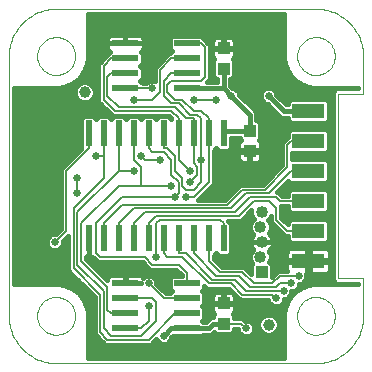
<source format=gbl>
G75*
G70*
%OFA0B0*%
%FSLAX24Y24*%
%IPPOS*%
%LPD*%
%AMOC8*
5,1,8,0,0,1.08239X$1,22.5*
%
%ADD10C,0.0000*%
%ADD11R,0.0866X0.0236*%
%ADD12R,0.0236X0.0866*%
%ADD13R,0.1102X0.0512*%
%ADD14R,0.0400X0.0400*%
%ADD15C,0.0400*%
%ADD16R,0.0394X0.0433*%
%ADD17C,0.0394*%
%ADD18C,0.0250*%
%ADD19C,0.0060*%
%ADD20C,0.0160*%
%ADD21C,0.0120*%
D10*
X006993Y010471D02*
X015654Y010471D01*
X015024Y012046D02*
X015026Y012096D01*
X015032Y012146D01*
X015042Y012195D01*
X015056Y012243D01*
X015073Y012290D01*
X015094Y012335D01*
X015119Y012379D01*
X015147Y012420D01*
X015179Y012459D01*
X015213Y012496D01*
X015250Y012530D01*
X015290Y012560D01*
X015332Y012587D01*
X015376Y012611D01*
X015422Y012632D01*
X015469Y012648D01*
X015517Y012661D01*
X015567Y012670D01*
X015616Y012675D01*
X015667Y012676D01*
X015717Y012673D01*
X015766Y012666D01*
X015815Y012655D01*
X015863Y012640D01*
X015909Y012622D01*
X015954Y012600D01*
X015997Y012574D01*
X016038Y012545D01*
X016077Y012513D01*
X016113Y012478D01*
X016145Y012440D01*
X016175Y012400D01*
X016202Y012357D01*
X016225Y012313D01*
X016244Y012267D01*
X016260Y012219D01*
X016272Y012170D01*
X016280Y012121D01*
X016284Y012071D01*
X016284Y012021D01*
X016280Y011971D01*
X016272Y011922D01*
X016260Y011873D01*
X016244Y011825D01*
X016225Y011779D01*
X016202Y011735D01*
X016175Y011692D01*
X016145Y011652D01*
X016113Y011614D01*
X016077Y011579D01*
X016038Y011547D01*
X015997Y011518D01*
X015954Y011492D01*
X015909Y011470D01*
X015863Y011452D01*
X015815Y011437D01*
X015766Y011426D01*
X015717Y011419D01*
X015667Y011416D01*
X015616Y011417D01*
X015567Y011422D01*
X015517Y011431D01*
X015469Y011444D01*
X015422Y011460D01*
X015376Y011481D01*
X015332Y011505D01*
X015290Y011532D01*
X015250Y011562D01*
X015213Y011596D01*
X015179Y011633D01*
X015147Y011672D01*
X015119Y011713D01*
X015094Y011757D01*
X015073Y011802D01*
X015056Y011849D01*
X015042Y011897D01*
X015032Y011946D01*
X015026Y011996D01*
X015024Y012046D01*
X015654Y010471D02*
X015731Y010473D01*
X015808Y010479D01*
X015885Y010488D01*
X015961Y010501D01*
X016037Y010518D01*
X016111Y010539D01*
X016185Y010563D01*
X016257Y010591D01*
X016327Y010622D01*
X016396Y010657D01*
X016464Y010695D01*
X016529Y010736D01*
X016592Y010781D01*
X016653Y010829D01*
X016712Y010879D01*
X016768Y010932D01*
X016821Y010988D01*
X016871Y011047D01*
X016919Y011108D01*
X016964Y011171D01*
X017005Y011236D01*
X017043Y011304D01*
X017078Y011373D01*
X017109Y011443D01*
X017137Y011515D01*
X017161Y011589D01*
X017182Y011663D01*
X017199Y011739D01*
X017212Y011815D01*
X017221Y011892D01*
X017227Y011969D01*
X017229Y012046D01*
X017229Y013305D01*
X016404Y013305D01*
X016404Y019447D01*
X017229Y019447D01*
X017229Y020707D01*
X015024Y020707D02*
X015026Y020757D01*
X015032Y020807D01*
X015042Y020856D01*
X015056Y020904D01*
X015073Y020951D01*
X015094Y020996D01*
X015119Y021040D01*
X015147Y021081D01*
X015179Y021120D01*
X015213Y021157D01*
X015250Y021191D01*
X015290Y021221D01*
X015332Y021248D01*
X015376Y021272D01*
X015422Y021293D01*
X015469Y021309D01*
X015517Y021322D01*
X015567Y021331D01*
X015616Y021336D01*
X015667Y021337D01*
X015717Y021334D01*
X015766Y021327D01*
X015815Y021316D01*
X015863Y021301D01*
X015909Y021283D01*
X015954Y021261D01*
X015997Y021235D01*
X016038Y021206D01*
X016077Y021174D01*
X016113Y021139D01*
X016145Y021101D01*
X016175Y021061D01*
X016202Y021018D01*
X016225Y020974D01*
X016244Y020928D01*
X016260Y020880D01*
X016272Y020831D01*
X016280Y020782D01*
X016284Y020732D01*
X016284Y020682D01*
X016280Y020632D01*
X016272Y020583D01*
X016260Y020534D01*
X016244Y020486D01*
X016225Y020440D01*
X016202Y020396D01*
X016175Y020353D01*
X016145Y020313D01*
X016113Y020275D01*
X016077Y020240D01*
X016038Y020208D01*
X015997Y020179D01*
X015954Y020153D01*
X015909Y020131D01*
X015863Y020113D01*
X015815Y020098D01*
X015766Y020087D01*
X015717Y020080D01*
X015667Y020077D01*
X015616Y020078D01*
X015567Y020083D01*
X015517Y020092D01*
X015469Y020105D01*
X015422Y020121D01*
X015376Y020142D01*
X015332Y020166D01*
X015290Y020193D01*
X015250Y020223D01*
X015213Y020257D01*
X015179Y020294D01*
X015147Y020333D01*
X015119Y020374D01*
X015094Y020418D01*
X015073Y020463D01*
X015056Y020510D01*
X015042Y020558D01*
X015032Y020607D01*
X015026Y020657D01*
X015024Y020707D01*
X015654Y022282D02*
X015731Y022280D01*
X015808Y022274D01*
X015885Y022265D01*
X015961Y022252D01*
X016037Y022235D01*
X016111Y022214D01*
X016185Y022190D01*
X016257Y022162D01*
X016327Y022131D01*
X016396Y022096D01*
X016464Y022058D01*
X016529Y022017D01*
X016592Y021972D01*
X016653Y021924D01*
X016712Y021874D01*
X016768Y021821D01*
X016821Y021765D01*
X016871Y021706D01*
X016919Y021645D01*
X016964Y021582D01*
X017005Y021517D01*
X017043Y021449D01*
X017078Y021380D01*
X017109Y021310D01*
X017137Y021238D01*
X017161Y021164D01*
X017182Y021090D01*
X017199Y021014D01*
X017212Y020938D01*
X017221Y020861D01*
X017227Y020784D01*
X017229Y020707D01*
X015654Y022282D02*
X006993Y022282D01*
X006363Y020707D02*
X006365Y020757D01*
X006371Y020807D01*
X006381Y020856D01*
X006395Y020904D01*
X006412Y020951D01*
X006433Y020996D01*
X006458Y021040D01*
X006486Y021081D01*
X006518Y021120D01*
X006552Y021157D01*
X006589Y021191D01*
X006629Y021221D01*
X006671Y021248D01*
X006715Y021272D01*
X006761Y021293D01*
X006808Y021309D01*
X006856Y021322D01*
X006906Y021331D01*
X006955Y021336D01*
X007006Y021337D01*
X007056Y021334D01*
X007105Y021327D01*
X007154Y021316D01*
X007202Y021301D01*
X007248Y021283D01*
X007293Y021261D01*
X007336Y021235D01*
X007377Y021206D01*
X007416Y021174D01*
X007452Y021139D01*
X007484Y021101D01*
X007514Y021061D01*
X007541Y021018D01*
X007564Y020974D01*
X007583Y020928D01*
X007599Y020880D01*
X007611Y020831D01*
X007619Y020782D01*
X007623Y020732D01*
X007623Y020682D01*
X007619Y020632D01*
X007611Y020583D01*
X007599Y020534D01*
X007583Y020486D01*
X007564Y020440D01*
X007541Y020396D01*
X007514Y020353D01*
X007484Y020313D01*
X007452Y020275D01*
X007416Y020240D01*
X007377Y020208D01*
X007336Y020179D01*
X007293Y020153D01*
X007248Y020131D01*
X007202Y020113D01*
X007154Y020098D01*
X007105Y020087D01*
X007056Y020080D01*
X007006Y020077D01*
X006955Y020078D01*
X006906Y020083D01*
X006856Y020092D01*
X006808Y020105D01*
X006761Y020121D01*
X006715Y020142D01*
X006671Y020166D01*
X006629Y020193D01*
X006589Y020223D01*
X006552Y020257D01*
X006518Y020294D01*
X006486Y020333D01*
X006458Y020374D01*
X006433Y020418D01*
X006412Y020463D01*
X006395Y020510D01*
X006381Y020558D01*
X006371Y020607D01*
X006365Y020657D01*
X006363Y020707D01*
X005418Y020707D02*
X005420Y020784D01*
X005426Y020861D01*
X005435Y020938D01*
X005448Y021014D01*
X005465Y021090D01*
X005486Y021164D01*
X005510Y021238D01*
X005538Y021310D01*
X005569Y021380D01*
X005604Y021449D01*
X005642Y021517D01*
X005683Y021582D01*
X005728Y021645D01*
X005776Y021706D01*
X005826Y021765D01*
X005879Y021821D01*
X005935Y021874D01*
X005994Y021924D01*
X006055Y021972D01*
X006118Y022017D01*
X006183Y022058D01*
X006251Y022096D01*
X006320Y022131D01*
X006390Y022162D01*
X006462Y022190D01*
X006536Y022214D01*
X006610Y022235D01*
X006686Y022252D01*
X006762Y022265D01*
X006839Y022274D01*
X006916Y022280D01*
X006993Y022282D01*
X005418Y020707D02*
X005418Y012046D01*
X006363Y012046D02*
X006365Y012096D01*
X006371Y012146D01*
X006381Y012195D01*
X006395Y012243D01*
X006412Y012290D01*
X006433Y012335D01*
X006458Y012379D01*
X006486Y012420D01*
X006518Y012459D01*
X006552Y012496D01*
X006589Y012530D01*
X006629Y012560D01*
X006671Y012587D01*
X006715Y012611D01*
X006761Y012632D01*
X006808Y012648D01*
X006856Y012661D01*
X006906Y012670D01*
X006955Y012675D01*
X007006Y012676D01*
X007056Y012673D01*
X007105Y012666D01*
X007154Y012655D01*
X007202Y012640D01*
X007248Y012622D01*
X007293Y012600D01*
X007336Y012574D01*
X007377Y012545D01*
X007416Y012513D01*
X007452Y012478D01*
X007484Y012440D01*
X007514Y012400D01*
X007541Y012357D01*
X007564Y012313D01*
X007583Y012267D01*
X007599Y012219D01*
X007611Y012170D01*
X007619Y012121D01*
X007623Y012071D01*
X007623Y012021D01*
X007619Y011971D01*
X007611Y011922D01*
X007599Y011873D01*
X007583Y011825D01*
X007564Y011779D01*
X007541Y011735D01*
X007514Y011692D01*
X007484Y011652D01*
X007452Y011614D01*
X007416Y011579D01*
X007377Y011547D01*
X007336Y011518D01*
X007293Y011492D01*
X007248Y011470D01*
X007202Y011452D01*
X007154Y011437D01*
X007105Y011426D01*
X007056Y011419D01*
X007006Y011416D01*
X006955Y011417D01*
X006906Y011422D01*
X006856Y011431D01*
X006808Y011444D01*
X006761Y011460D01*
X006715Y011481D01*
X006671Y011505D01*
X006629Y011532D01*
X006589Y011562D01*
X006552Y011596D01*
X006518Y011633D01*
X006486Y011672D01*
X006458Y011713D01*
X006433Y011757D01*
X006412Y011802D01*
X006395Y011849D01*
X006381Y011897D01*
X006371Y011946D01*
X006365Y011996D01*
X006363Y012046D01*
X005418Y012046D02*
X005420Y011969D01*
X005426Y011892D01*
X005435Y011815D01*
X005448Y011739D01*
X005465Y011663D01*
X005486Y011589D01*
X005510Y011515D01*
X005538Y011443D01*
X005569Y011373D01*
X005604Y011304D01*
X005642Y011236D01*
X005683Y011171D01*
X005728Y011108D01*
X005776Y011047D01*
X005826Y010988D01*
X005879Y010932D01*
X005935Y010879D01*
X005994Y010829D01*
X006055Y010781D01*
X006118Y010736D01*
X006183Y010695D01*
X006251Y010657D01*
X006320Y010622D01*
X006390Y010591D01*
X006462Y010563D01*
X006536Y010539D01*
X006610Y010518D01*
X006686Y010501D01*
X006762Y010488D01*
X006839Y010479D01*
X006916Y010473D01*
X006993Y010471D01*
D11*
X009300Y011626D03*
X009300Y012126D03*
X009300Y012626D03*
X009300Y013126D03*
X011347Y013126D03*
X011347Y012626D03*
X011347Y012126D03*
X011347Y011626D03*
X011347Y019626D03*
X011347Y020126D03*
X011347Y020626D03*
X011347Y021126D03*
X009300Y021126D03*
X009300Y020626D03*
X009300Y020126D03*
X009300Y019626D03*
D12*
X009074Y018126D03*
X009574Y018126D03*
X010074Y018126D03*
X010574Y018126D03*
X011074Y018126D03*
X011574Y018126D03*
X012074Y018126D03*
X012574Y018126D03*
X012574Y014626D03*
X012074Y014626D03*
X011574Y014626D03*
X011074Y014626D03*
X010574Y014626D03*
X010074Y014626D03*
X009574Y014626D03*
X009074Y014626D03*
X008574Y014626D03*
X008074Y014626D03*
X008074Y018126D03*
X008574Y018126D03*
D13*
X015399Y017876D03*
X015399Y018876D03*
X015399Y016876D03*
X015399Y015876D03*
X015399Y014876D03*
X015399Y013876D03*
D14*
X013844Y013501D03*
D15*
X013804Y014001D03*
X013844Y014501D03*
X013804Y015001D03*
X013844Y015501D03*
D16*
X013449Y017542D03*
X013449Y018211D03*
X012574Y020292D03*
X012574Y020961D03*
X012574Y012461D03*
X012574Y011792D03*
D17*
X014074Y011751D03*
X007949Y019501D03*
D18*
X009574Y019251D03*
X010199Y019626D03*
X010199Y020126D03*
X011574Y019251D03*
X012324Y019251D03*
X012824Y019376D03*
X014074Y019376D03*
X014074Y017626D03*
X012074Y016126D03*
X011449Y016501D03*
X011449Y016876D03*
X011824Y017251D03*
X010824Y016376D03*
X010949Y016001D03*
X011324Y016001D03*
X010449Y017251D03*
X009824Y017376D03*
X009574Y016876D03*
X008324Y017376D03*
X007699Y016626D03*
X007699Y016126D03*
X007324Y014501D03*
X006949Y014501D03*
X008074Y014001D03*
X009824Y013751D03*
X010324Y014001D03*
X010824Y013501D03*
X010074Y013126D03*
X010074Y012376D03*
X010574Y011376D03*
X010574Y010876D03*
X010074Y010876D03*
X009574Y010876D03*
X009074Y010876D03*
X008574Y010876D03*
X011074Y010876D03*
X011574Y010876D03*
X012074Y010876D03*
X012574Y010876D03*
X013074Y010876D03*
X013574Y010876D03*
X014074Y010876D03*
X013324Y011626D03*
X014324Y012626D03*
X014574Y012876D03*
X014824Y013126D03*
X015074Y013376D03*
X014074Y021876D03*
X013574Y021876D03*
X013074Y021876D03*
X012574Y021876D03*
X012074Y021876D03*
X011574Y021876D03*
X011074Y021876D03*
X010574Y021876D03*
X010074Y021876D03*
X009574Y021876D03*
X009074Y021876D03*
X008574Y021876D03*
D19*
X008824Y020626D02*
X009300Y020626D01*
X008824Y020626D02*
X008574Y020376D01*
X008574Y019251D01*
X008949Y018876D01*
X010824Y018876D01*
X011074Y018626D01*
X011074Y018126D01*
X011074Y017251D01*
X011449Y016876D01*
X011699Y016751D02*
X011449Y016501D01*
X011574Y016251D02*
X011324Y016251D01*
X011199Y016376D01*
X011199Y016626D01*
X010949Y016876D01*
X010949Y017376D01*
X010699Y017626D01*
X010574Y017626D01*
X010574Y018126D01*
X010074Y018126D02*
X010074Y017626D01*
X010199Y017501D01*
X010574Y017501D01*
X010824Y017251D01*
X010824Y016751D01*
X011074Y016501D01*
X011074Y016126D01*
X010949Y016001D01*
X009199Y016001D01*
X008324Y015126D01*
X008324Y014126D01*
X008449Y014001D01*
X009949Y014001D01*
X010199Y013751D01*
X011074Y013751D01*
X011347Y013478D01*
X011347Y013126D01*
X011347Y012626D02*
X010574Y012626D01*
X010074Y013126D01*
X010199Y012626D02*
X009300Y012626D01*
X009300Y012126D02*
X008824Y012126D01*
X008699Y012251D01*
X008699Y013001D01*
X007824Y013876D01*
X007824Y015126D01*
X009074Y016376D01*
X009824Y016376D01*
X010824Y016376D01*
X011324Y016001D02*
X011574Y016001D01*
X012074Y016501D01*
X012074Y018126D01*
X012074Y018626D01*
X011824Y018876D01*
X011574Y018876D01*
X011199Y019251D01*
X010949Y019251D01*
X010699Y019501D01*
X010699Y019751D01*
X010824Y019876D01*
X011824Y019876D01*
X011949Y020001D01*
X011949Y021001D01*
X011824Y021126D01*
X011347Y021126D01*
X011347Y020626D02*
X010824Y020626D01*
X010449Y020251D01*
X010449Y019501D01*
X010199Y019251D01*
X009574Y019251D01*
X009300Y019626D02*
X010199Y019626D01*
X010574Y019376D02*
X010824Y019126D01*
X011074Y019126D01*
X011449Y018751D01*
X011699Y018751D01*
X011824Y018626D01*
X011824Y017251D01*
X011824Y016501D01*
X011574Y016251D01*
X011699Y016751D02*
X011699Y017001D01*
X011574Y017126D01*
X011574Y018126D01*
X011574Y018626D01*
X011324Y018626D01*
X010949Y019001D01*
X009074Y019001D01*
X008699Y019376D01*
X008699Y020001D01*
X008824Y020126D01*
X009300Y020126D01*
X010574Y019876D02*
X010574Y019376D01*
X010574Y019876D02*
X010824Y020126D01*
X011347Y020126D01*
X011574Y019251D02*
X012324Y019251D01*
X010449Y017251D02*
X009949Y017251D01*
X009824Y017376D01*
X009574Y017251D02*
X009824Y017001D01*
X009824Y016376D01*
X009574Y016876D02*
X009074Y016876D01*
X007699Y015501D01*
X007699Y013751D01*
X008574Y012876D01*
X008574Y011626D01*
X008824Y011376D01*
X009824Y011376D01*
X010324Y011876D01*
X010324Y012501D01*
X010199Y012626D01*
X010074Y012376D02*
X010074Y011876D01*
X009824Y011626D01*
X009300Y011626D01*
X008699Y011251D02*
X010074Y011251D01*
X010949Y012126D01*
X011347Y012126D01*
X012074Y013126D02*
X011199Y014001D01*
X010699Y014001D01*
X010574Y014126D01*
X010574Y014626D01*
X010074Y014626D02*
X010074Y015126D01*
X010324Y015376D01*
X013074Y015376D01*
X013574Y015876D01*
X014074Y015876D01*
X014324Y015626D01*
X014324Y015251D01*
X014699Y014876D01*
X015399Y014876D01*
X015399Y015876D02*
X014449Y015876D01*
X014324Y016001D01*
X013449Y016001D01*
X012949Y015501D01*
X009949Y015501D01*
X009574Y015126D01*
X009574Y014626D01*
X009074Y014626D02*
X009074Y015126D01*
X009574Y015626D01*
X012824Y015626D01*
X013324Y016126D01*
X014074Y016126D01*
X014824Y016876D01*
X015399Y016876D01*
X014699Y017001D02*
X014699Y017751D01*
X014824Y017876D01*
X015399Y017876D01*
X014699Y017001D02*
X013949Y016251D01*
X013199Y016251D01*
X012699Y015751D01*
X009199Y015751D01*
X008574Y015126D01*
X008574Y014626D01*
X007574Y015626D02*
X007574Y013626D01*
X008449Y012751D01*
X008449Y011501D01*
X008699Y011251D01*
X010324Y014001D02*
X010324Y015126D01*
X010449Y015251D01*
X012449Y015251D01*
X012574Y015126D01*
X012574Y014626D01*
X012074Y014626D02*
X012074Y013876D01*
X012449Y013501D01*
X013199Y013501D01*
X013574Y013126D01*
X014199Y013126D01*
X014449Y013376D01*
X015074Y013376D01*
X014824Y013126D02*
X014449Y013126D01*
X014324Y013001D01*
X013449Y013001D01*
X013074Y013376D01*
X012324Y013376D01*
X011574Y014126D01*
X011574Y014626D01*
X011324Y014126D02*
X011074Y014126D01*
X011074Y014626D01*
X011324Y014126D02*
X012199Y013251D01*
X012949Y013251D01*
X013324Y012876D01*
X014574Y012876D01*
X014324Y012626D02*
X014199Y012751D01*
X013199Y012751D01*
X012824Y013126D01*
X012074Y013126D01*
X012574Y011792D02*
X013158Y011792D01*
X013324Y011626D01*
X009074Y016876D02*
X009074Y018126D01*
X009574Y018126D02*
X009574Y017251D01*
X008574Y017376D02*
X008574Y016626D01*
X007574Y015626D01*
X007699Y016126D02*
X007699Y016626D01*
X007324Y016876D02*
X008074Y017626D01*
X008074Y018126D01*
X008574Y018126D02*
X008574Y017376D01*
X008324Y017376D01*
X007324Y016876D02*
X007324Y014876D01*
X006949Y014501D01*
X006950Y014501D01*
D20*
X007214Y014497D02*
X007404Y014497D01*
X007404Y014339D02*
X007161Y014339D01*
X007173Y014351D02*
X007214Y014449D01*
X007214Y014526D01*
X007394Y014706D01*
X007404Y014716D01*
X007404Y013556D01*
X008279Y012681D01*
X008279Y011431D01*
X008529Y011181D01*
X008628Y011081D01*
X010144Y011081D01*
X010331Y011269D01*
X010349Y011226D01*
X010424Y011152D01*
X010521Y011111D01*
X010626Y011111D01*
X010724Y011152D01*
X010798Y011226D01*
X010839Y011324D01*
X010839Y011330D01*
X010877Y011368D01*
X011838Y011368D01*
X011876Y011406D01*
X012165Y011406D01*
X012256Y011498D01*
X012319Y011435D01*
X012828Y011435D01*
X012910Y011517D01*
X012910Y011622D01*
X013059Y011622D01*
X013059Y011574D01*
X013099Y011476D01*
X013174Y011402D01*
X013271Y011361D01*
X013376Y011361D01*
X013474Y011402D01*
X013548Y011476D01*
X013589Y011574D01*
X013589Y011679D01*
X013548Y011776D01*
X013474Y011851D01*
X013376Y011891D01*
X013299Y011891D01*
X013229Y011962D01*
X012910Y011962D01*
X012910Y012066D01*
X012878Y012099D01*
X012881Y012100D01*
X012915Y012134D01*
X012938Y012175D01*
X012950Y012221D01*
X012950Y012442D01*
X012592Y012442D01*
X012592Y012479D01*
X012950Y012479D01*
X012950Y012701D01*
X012938Y012747D01*
X012915Y012788D01*
X012881Y012821D01*
X012840Y012845D01*
X012794Y012857D01*
X012592Y012857D01*
X012592Y012479D01*
X012555Y012479D01*
X012555Y012442D01*
X012197Y012442D01*
X012197Y012221D01*
X012209Y012175D01*
X012233Y012134D01*
X012266Y012100D01*
X012269Y012099D01*
X012237Y012066D01*
X012237Y012012D01*
X012148Y012012D01*
X012019Y011883D01*
X011982Y011846D01*
X011876Y011846D01*
X011846Y011876D01*
X011920Y011950D01*
X011920Y012302D01*
X011846Y012376D01*
X011920Y012450D01*
X011920Y012802D01*
X011846Y012876D01*
X011920Y012950D01*
X011920Y013039D01*
X012003Y012956D01*
X012753Y012956D01*
X013128Y012581D01*
X014059Y012581D01*
X014059Y012574D01*
X014099Y012476D01*
X014174Y012402D01*
X014271Y012361D01*
X014376Y012361D01*
X014474Y012402D01*
X014548Y012476D01*
X014589Y012574D01*
X014589Y012611D01*
X014626Y012611D01*
X014724Y012652D01*
X014798Y012726D01*
X014839Y012824D01*
X014839Y012861D01*
X014876Y012861D01*
X014974Y012902D01*
X015048Y012976D01*
X015089Y013074D01*
X015089Y013111D01*
X015126Y013111D01*
X015224Y013152D01*
X015298Y013226D01*
X015339Y013324D01*
X015339Y013429D01*
X015334Y013440D01*
X015351Y013440D01*
X015351Y013828D01*
X014668Y013828D01*
X014668Y013597D01*
X014680Y013551D01*
X014683Y013546D01*
X014378Y013546D01*
X014184Y013352D01*
X014184Y013759D01*
X014104Y013839D01*
X014144Y013934D01*
X014144Y014069D01*
X014092Y014194D01*
X014082Y014204D01*
X014086Y014206D01*
X014139Y014259D01*
X014180Y014321D01*
X014209Y014390D01*
X014224Y014464D01*
X014224Y014501D01*
X013844Y014501D01*
X013844Y014501D01*
X014224Y014501D01*
X014224Y014539D01*
X014209Y014612D01*
X014180Y014681D01*
X014139Y014743D01*
X014086Y014796D01*
X014082Y014799D01*
X014092Y014809D01*
X014144Y014934D01*
X014144Y015069D01*
X014092Y015194D01*
X014054Y015231D01*
X014132Y015309D01*
X014154Y015361D01*
X014154Y015181D01*
X014253Y015081D01*
X014628Y014706D01*
X014708Y014706D01*
X014708Y014562D01*
X014790Y014480D01*
X016009Y014480D01*
X016091Y014562D01*
X016091Y015190D01*
X016009Y015272D01*
X014790Y015272D01*
X014708Y015190D01*
X014708Y015107D01*
X014494Y015322D01*
X014494Y015697D01*
X014484Y015706D01*
X014708Y015706D01*
X014708Y015562D01*
X014790Y015480D01*
X016009Y015480D01*
X016091Y015562D01*
X016091Y016190D01*
X016009Y016272D01*
X014790Y016272D01*
X014708Y016190D01*
X014708Y016046D01*
X014519Y016046D01*
X014494Y016072D01*
X014394Y016171D01*
X014359Y016171D01*
X014729Y016541D01*
X014790Y016480D01*
X016009Y016480D01*
X016091Y016562D01*
X016091Y017190D01*
X016009Y017272D01*
X014869Y017272D01*
X014869Y017480D01*
X016009Y017480D01*
X016091Y017562D01*
X016091Y018190D01*
X016009Y018272D01*
X014790Y018272D01*
X014708Y018190D01*
X014708Y018001D01*
X014628Y017921D01*
X014529Y017822D01*
X014529Y017072D01*
X013878Y016421D01*
X013128Y016421D01*
X012628Y015921D01*
X011734Y015921D01*
X011744Y015931D01*
X012244Y016431D01*
X012244Y017553D01*
X012250Y017553D01*
X012324Y017627D01*
X012398Y017553D01*
X012750Y017553D01*
X012832Y017635D01*
X012832Y017991D01*
X013112Y017991D01*
X013112Y017936D01*
X013144Y017904D01*
X013141Y017902D01*
X013108Y017869D01*
X013084Y017828D01*
X013072Y017782D01*
X013072Y017560D01*
X013430Y017560D01*
X013430Y017523D01*
X013467Y017523D01*
X013467Y017145D01*
X013669Y017145D01*
X013715Y017157D01*
X013756Y017181D01*
X013790Y017215D01*
X013813Y017256D01*
X013825Y017301D01*
X013825Y017523D01*
X013467Y017523D01*
X013467Y017560D01*
X013825Y017560D01*
X013825Y017782D01*
X013813Y017828D01*
X013790Y017869D01*
X013756Y017902D01*
X013753Y017904D01*
X013785Y017936D01*
X013785Y018485D01*
X013703Y018567D01*
X013669Y018567D01*
X013669Y018842D01*
X013540Y018971D01*
X013089Y019422D01*
X013089Y019429D01*
X013048Y019526D01*
X012974Y019601D01*
X012876Y019641D01*
X012870Y019641D01*
X012794Y019717D01*
X012794Y019935D01*
X012828Y019935D01*
X012910Y020017D01*
X012910Y020566D01*
X012878Y020599D01*
X012881Y020600D01*
X012915Y020634D01*
X012938Y020675D01*
X012950Y020721D01*
X012950Y020942D01*
X012592Y020942D01*
X012592Y020979D01*
X012950Y020979D01*
X012950Y021201D01*
X012938Y021247D01*
X012915Y021288D01*
X012881Y021321D01*
X012840Y021345D01*
X012794Y021357D01*
X012592Y021357D01*
X012592Y020979D01*
X012555Y020979D01*
X012555Y020942D01*
X012197Y020942D01*
X012197Y020721D01*
X012209Y020675D01*
X012233Y020634D01*
X012266Y020600D01*
X012269Y020599D01*
X012237Y020566D01*
X012237Y020017D01*
X012319Y019935D01*
X012354Y019935D01*
X012354Y019846D01*
X012034Y019846D01*
X012119Y019931D01*
X012119Y021072D01*
X011994Y021197D01*
X011920Y021270D01*
X011920Y021302D01*
X011838Y021384D01*
X010856Y021384D01*
X010774Y021302D01*
X010774Y020950D01*
X010848Y020876D01*
X010774Y020802D01*
X010774Y020796D01*
X010753Y020796D01*
X010378Y020421D01*
X010279Y020322D01*
X010279Y019880D01*
X010251Y019891D01*
X010146Y019891D01*
X010049Y019851D01*
X009994Y019796D01*
X009873Y019796D01*
X009873Y019802D01*
X009799Y019876D01*
X009873Y019950D01*
X009873Y020302D01*
X009799Y020376D01*
X009873Y020450D01*
X009873Y020802D01*
X009823Y020852D01*
X009844Y020864D01*
X009877Y020898D01*
X009901Y020939D01*
X009913Y020984D01*
X009913Y021126D01*
X009300Y021126D01*
X008687Y021126D01*
X008687Y020984D01*
X008699Y020939D01*
X008723Y020898D01*
X008756Y020864D01*
X008777Y020852D01*
X008727Y020802D01*
X008727Y020770D01*
X008654Y020697D01*
X008404Y020447D01*
X008404Y019181D01*
X008503Y019081D01*
X008878Y018706D01*
X010753Y018706D01*
X010829Y018631D01*
X010824Y018625D01*
X010750Y018699D01*
X010398Y018699D01*
X010324Y018625D01*
X010250Y018699D01*
X009898Y018699D01*
X009824Y018625D01*
X009750Y018699D01*
X009398Y018699D01*
X009324Y018625D01*
X009250Y018699D01*
X008898Y018699D01*
X008824Y018625D01*
X008750Y018699D01*
X008398Y018699D01*
X008324Y018625D01*
X008250Y018699D01*
X007898Y018699D01*
X007816Y018617D01*
X007816Y017635D01*
X007829Y017622D01*
X007154Y016947D01*
X007154Y014947D01*
X006973Y014766D01*
X006896Y014766D01*
X006799Y014726D01*
X006724Y014651D01*
X006684Y014554D01*
X006684Y014449D01*
X006724Y014351D01*
X006799Y014277D01*
X006896Y014236D01*
X007001Y014236D01*
X007099Y014277D01*
X007173Y014351D01*
X007404Y014180D02*
X005598Y014180D01*
X005598Y014022D02*
X007404Y014022D01*
X007404Y013863D02*
X005598Y013863D01*
X005598Y013705D02*
X007404Y013705D01*
X007413Y013546D02*
X005598Y013546D01*
X005598Y013388D02*
X007572Y013388D01*
X007730Y013229D02*
X005598Y013229D01*
X005598Y013110D02*
X005598Y019643D01*
X006963Y019643D01*
X006966Y019641D01*
X006996Y019643D01*
X007026Y019643D01*
X007028Y019645D01*
X007112Y019651D01*
X007118Y019648D01*
X007144Y019653D01*
X007172Y019655D01*
X007176Y019660D01*
X007261Y019679D01*
X007267Y019676D01*
X007293Y019686D01*
X007320Y019691D01*
X007323Y019697D01*
X007405Y019727D01*
X007411Y019726D01*
X007435Y019739D01*
X007461Y019748D01*
X007463Y019754D01*
X007540Y019796D01*
X007546Y019795D01*
X007568Y019811D01*
X007592Y019825D01*
X007594Y019831D01*
X007664Y019883D01*
X007671Y019883D01*
X007690Y019902D01*
X007712Y019919D01*
X007713Y019925D01*
X007775Y019987D01*
X007781Y019988D01*
X007797Y020010D01*
X007817Y020029D01*
X007817Y020036D01*
X007869Y020106D01*
X007875Y020107D01*
X007888Y020131D01*
X007905Y020153D01*
X007904Y020160D01*
X007946Y020236D01*
X007952Y020239D01*
X007961Y020265D01*
X007974Y020289D01*
X007972Y020295D01*
X008003Y020377D01*
X008008Y020380D01*
X008014Y020407D01*
X008024Y020433D01*
X008021Y020439D01*
X008040Y020524D01*
X008045Y020528D01*
X008047Y020555D01*
X008052Y020582D01*
X008049Y020588D01*
X008055Y020671D01*
X008057Y020674D01*
X008057Y020704D01*
X008059Y020734D01*
X008057Y020737D01*
X008057Y022102D01*
X014590Y022102D01*
X014590Y020737D01*
X014588Y020734D01*
X014590Y020704D01*
X014590Y020674D01*
X014592Y020671D01*
X014598Y020588D01*
X014595Y020582D01*
X014601Y020555D01*
X014603Y020528D01*
X014608Y020524D01*
X014626Y020439D01*
X014623Y020433D01*
X014633Y020407D01*
X014639Y020380D01*
X014644Y020377D01*
X014675Y020295D01*
X014673Y020289D01*
X014686Y020265D01*
X014696Y020239D01*
X014702Y020236D01*
X014743Y020160D01*
X014742Y020153D01*
X014759Y020131D01*
X014772Y020107D01*
X014778Y020106D01*
X014830Y020036D01*
X014830Y020029D01*
X014850Y020010D01*
X014866Y019988D01*
X014873Y019987D01*
X014934Y019925D01*
X014935Y019919D01*
X014957Y019902D01*
X014977Y019883D01*
X014983Y019883D01*
X015053Y019831D01*
X015055Y019825D01*
X015079Y019811D01*
X015101Y019795D01*
X015107Y019796D01*
X015184Y019754D01*
X015186Y019748D01*
X015212Y019739D01*
X015236Y019726D01*
X015242Y019727D01*
X015324Y019697D01*
X015328Y019691D01*
X015354Y019686D01*
X015380Y019676D01*
X015386Y019679D01*
X015471Y019660D01*
X015475Y019655D01*
X015503Y019653D01*
X015530Y019648D01*
X015535Y019651D01*
X015619Y019645D01*
X015621Y019643D01*
X015651Y019643D01*
X015682Y019641D01*
X015684Y019643D01*
X017049Y019643D01*
X017049Y019627D01*
X016330Y019627D01*
X016224Y019522D01*
X016224Y013231D01*
X016330Y013125D01*
X017049Y013125D01*
X017049Y013110D01*
X015684Y013110D01*
X015682Y013112D01*
X015651Y013110D01*
X015621Y013110D01*
X015619Y013107D01*
X015535Y013101D01*
X015530Y013105D01*
X015503Y013099D01*
X015475Y013097D01*
X015471Y013092D01*
X015386Y013074D01*
X015380Y013076D01*
X015354Y013067D01*
X015328Y013061D01*
X015324Y013056D01*
X015242Y013025D01*
X015236Y013027D01*
X015212Y013014D01*
X015186Y013004D01*
X015184Y012998D01*
X015107Y012957D01*
X015101Y012957D01*
X015079Y012941D01*
X015055Y012928D01*
X015053Y012922D01*
X014983Y012869D01*
X014977Y012869D01*
X014957Y012850D01*
X014935Y012834D01*
X014934Y012827D01*
X014873Y012765D01*
X014866Y012765D01*
X014850Y012743D01*
X014830Y012723D01*
X014830Y012717D01*
X014778Y012647D01*
X014772Y012645D01*
X014759Y012621D01*
X014742Y012599D01*
X014743Y012593D01*
X014702Y012516D01*
X014696Y012513D01*
X014686Y012488D01*
X014673Y012464D01*
X014675Y012457D01*
X014644Y012376D01*
X014639Y012372D01*
X014633Y012345D01*
X014623Y012320D01*
X014626Y012314D01*
X014608Y012229D01*
X014603Y012224D01*
X014601Y012197D01*
X014595Y012170D01*
X014598Y012165D01*
X014592Y012081D01*
X014590Y012079D01*
X014590Y012048D01*
X014588Y012018D01*
X014590Y012016D01*
X014590Y010651D01*
X008057Y010651D01*
X008057Y012016D01*
X008059Y012018D01*
X008057Y012048D01*
X008057Y012079D01*
X008055Y012081D01*
X008049Y012165D01*
X008052Y012170D01*
X008047Y012197D01*
X008045Y012224D01*
X008040Y012229D01*
X008021Y012314D01*
X008024Y012320D01*
X008014Y012345D01*
X008008Y012372D01*
X008003Y012376D01*
X007972Y012457D01*
X007974Y012464D01*
X007961Y012488D01*
X007952Y012513D01*
X007946Y012516D01*
X007904Y012593D01*
X007905Y012599D01*
X007888Y012621D01*
X007875Y012645D01*
X007869Y012647D01*
X007817Y012717D01*
X007817Y012723D01*
X007797Y012743D01*
X007781Y012765D01*
X007775Y012765D01*
X007713Y012827D01*
X007712Y012834D01*
X007690Y012850D01*
X007671Y012869D01*
X007664Y012869D01*
X007594Y012922D01*
X007592Y012928D01*
X007568Y012941D01*
X007546Y012957D01*
X007540Y012957D01*
X007463Y012998D01*
X007461Y013004D01*
X007435Y013014D01*
X007411Y013027D01*
X007405Y013025D01*
X007323Y013056D01*
X007320Y013061D01*
X007293Y013067D01*
X007267Y013076D01*
X007261Y013074D01*
X007176Y013092D01*
X007172Y013097D01*
X007144Y013099D01*
X007118Y013105D01*
X007112Y013101D01*
X007028Y013107D01*
X007026Y013110D01*
X006996Y013110D01*
X006966Y013112D01*
X006963Y013110D01*
X005598Y013110D01*
X005598Y014339D02*
X006736Y014339D01*
X006684Y014497D02*
X005598Y014497D01*
X005598Y014656D02*
X006728Y014656D01*
X007021Y014814D02*
X005598Y014814D01*
X005598Y014973D02*
X007154Y014973D01*
X007154Y015131D02*
X005598Y015131D01*
X005598Y015290D02*
X007154Y015290D01*
X007154Y015448D02*
X005598Y015448D01*
X005598Y015607D02*
X007154Y015607D01*
X007154Y015765D02*
X005598Y015765D01*
X005598Y015924D02*
X007154Y015924D01*
X007154Y016082D02*
X005598Y016082D01*
X005598Y016241D02*
X007154Y016241D01*
X007154Y016399D02*
X005598Y016399D01*
X005598Y016558D02*
X007154Y016558D01*
X007154Y016716D02*
X005598Y016716D01*
X005598Y016875D02*
X007154Y016875D01*
X007240Y017033D02*
X005598Y017033D01*
X005598Y017192D02*
X007399Y017192D01*
X007557Y017350D02*
X005598Y017350D01*
X005598Y017509D02*
X007716Y017509D01*
X007816Y017667D02*
X005598Y017667D01*
X005598Y017826D02*
X007816Y017826D01*
X007816Y017984D02*
X005598Y017984D01*
X005598Y018143D02*
X007816Y018143D01*
X007816Y018301D02*
X005598Y018301D01*
X005598Y018460D02*
X007816Y018460D01*
X007816Y018618D02*
X005598Y018618D01*
X005598Y018777D02*
X008808Y018777D01*
X008649Y018935D02*
X005598Y018935D01*
X005598Y019094D02*
X008491Y019094D01*
X008404Y019252D02*
X008176Y019252D01*
X008139Y019216D02*
X008234Y019310D01*
X008285Y019434D01*
X008285Y019568D01*
X008234Y019692D01*
X008139Y019787D01*
X008016Y019838D01*
X007882Y019838D01*
X007758Y019787D01*
X007663Y019692D01*
X007612Y019568D01*
X007612Y019434D01*
X007663Y019310D01*
X007758Y019216D01*
X007882Y019164D01*
X008016Y019164D01*
X008139Y019216D01*
X008276Y019411D02*
X008404Y019411D01*
X008404Y019569D02*
X008285Y019569D01*
X008198Y019728D02*
X008404Y019728D01*
X008404Y019886D02*
X007674Y019886D01*
X007699Y019728D02*
X007415Y019728D01*
X007612Y019569D02*
X005598Y019569D01*
X005598Y019411D02*
X007621Y019411D01*
X007721Y019252D02*
X005598Y019252D01*
X007823Y020045D02*
X008404Y020045D01*
X008404Y020203D02*
X007928Y020203D01*
X007997Y020362D02*
X008404Y020362D01*
X008477Y020520D02*
X008039Y020520D01*
X008057Y020679D02*
X008636Y020679D01*
X008762Y020837D02*
X008057Y020837D01*
X008057Y020996D02*
X008687Y020996D01*
X008687Y021126D02*
X009300Y021126D01*
X009300Y021126D01*
X009300Y021126D01*
X009913Y021126D01*
X009913Y021268D01*
X009901Y021314D01*
X009877Y021355D01*
X009844Y021388D01*
X009803Y021412D01*
X009757Y021424D01*
X009300Y021424D01*
X008843Y021424D01*
X008797Y021412D01*
X008756Y021388D01*
X008723Y021355D01*
X008699Y021314D01*
X008687Y021268D01*
X008687Y021126D01*
X008687Y021154D02*
X008057Y021154D01*
X008057Y021313D02*
X008699Y021313D01*
X008057Y021471D02*
X014590Y021471D01*
X014590Y021313D02*
X012890Y021313D01*
X012950Y021154D02*
X014590Y021154D01*
X014590Y020996D02*
X012950Y020996D01*
X012950Y020837D02*
X014590Y020837D01*
X014590Y020679D02*
X012939Y020679D01*
X012910Y020520D02*
X014608Y020520D01*
X014650Y020362D02*
X012910Y020362D01*
X012910Y020203D02*
X014720Y020203D01*
X014824Y020045D02*
X012910Y020045D01*
X012794Y019886D02*
X014973Y019886D01*
X015232Y019728D02*
X012794Y019728D01*
X012574Y019626D02*
X012824Y019376D01*
X013449Y018751D01*
X013449Y018211D01*
X012613Y018211D01*
X012574Y018250D01*
X012574Y018126D01*
X012832Y017984D02*
X013112Y017984D01*
X013084Y017826D02*
X012832Y017826D01*
X012832Y017667D02*
X013072Y017667D01*
X013072Y017523D02*
X013072Y017301D01*
X013084Y017256D01*
X013108Y017215D01*
X013141Y017181D01*
X013182Y017157D01*
X013228Y017145D01*
X013430Y017145D01*
X013430Y017523D01*
X013072Y017523D01*
X013072Y017509D02*
X012244Y017509D01*
X012244Y017350D02*
X013072Y017350D01*
X013131Y017192D02*
X012244Y017192D01*
X012244Y017033D02*
X014490Y017033D01*
X014529Y017192D02*
X013767Y017192D01*
X013825Y017350D02*
X014529Y017350D01*
X014529Y017509D02*
X013825Y017509D01*
X013825Y017667D02*
X014529Y017667D01*
X014533Y017826D02*
X013814Y017826D01*
X013785Y017984D02*
X014691Y017984D01*
X014708Y018143D02*
X013785Y018143D01*
X013785Y018301D02*
X016224Y018301D01*
X016224Y018143D02*
X016091Y018143D01*
X016091Y017984D02*
X016224Y017984D01*
X016224Y017826D02*
X016091Y017826D01*
X016091Y017667D02*
X016224Y017667D01*
X016224Y017509D02*
X016037Y017509D01*
X016224Y017350D02*
X014869Y017350D01*
X014332Y016875D02*
X012244Y016875D01*
X012244Y016716D02*
X014173Y016716D01*
X014015Y016558D02*
X012244Y016558D01*
X012212Y016399D02*
X013106Y016399D01*
X012948Y016241D02*
X012054Y016241D01*
X011895Y016082D02*
X012789Y016082D01*
X012631Y015924D02*
X011737Y015924D01*
X012734Y015206D02*
X013144Y015206D01*
X013244Y015306D01*
X013504Y015566D01*
X013504Y015434D01*
X013555Y015309D01*
X013593Y015271D01*
X013515Y015194D01*
X013464Y015069D01*
X013464Y014934D01*
X013515Y014809D01*
X013565Y014760D01*
X013548Y014743D01*
X013507Y014681D01*
X013478Y014612D01*
X013464Y014539D01*
X013464Y014501D01*
X013464Y014464D01*
X013478Y014390D01*
X013507Y014321D01*
X013548Y014259D01*
X013565Y014243D01*
X013515Y014194D01*
X013464Y014069D01*
X013464Y013934D01*
X013515Y013809D01*
X013534Y013790D01*
X013504Y013759D01*
X013504Y013437D01*
X013369Y013572D01*
X013269Y013671D01*
X012519Y013671D01*
X012244Y013947D01*
X012244Y014053D01*
X012250Y014053D01*
X012324Y014127D01*
X012398Y014053D01*
X012750Y014053D01*
X012832Y014135D01*
X012832Y015117D01*
X012750Y015199D01*
X012741Y015199D01*
X012734Y015206D01*
X012818Y015131D02*
X013489Y015131D01*
X013464Y014973D02*
X012832Y014973D01*
X012832Y014814D02*
X013513Y014814D01*
X013496Y014656D02*
X012832Y014656D01*
X012832Y014497D02*
X013464Y014497D01*
X013464Y014501D02*
X013844Y014501D01*
X013844Y014501D01*
X013464Y014501D01*
X013500Y014339D02*
X012832Y014339D01*
X012832Y014180D02*
X013510Y014180D01*
X013464Y014022D02*
X012244Y014022D01*
X012327Y013863D02*
X013493Y013863D01*
X013504Y013705D02*
X012486Y013705D01*
X012797Y012912D02*
X011882Y012912D01*
X011920Y012754D02*
X012213Y012754D01*
X012209Y012747D02*
X012197Y012701D01*
X012197Y012479D01*
X012555Y012479D01*
X012555Y012857D01*
X012353Y012857D01*
X012307Y012845D01*
X012266Y012821D01*
X012233Y012788D01*
X012209Y012747D01*
X012197Y012595D02*
X011920Y012595D01*
X011907Y012437D02*
X012197Y012437D01*
X012197Y012278D02*
X011920Y012278D01*
X011920Y012120D02*
X012247Y012120D01*
X012097Y011961D02*
X011920Y011961D01*
X012239Y011792D02*
X012074Y011626D01*
X011347Y011626D01*
X010824Y011626D01*
X010574Y011376D01*
X010741Y011169D02*
X014590Y011169D01*
X014590Y011327D02*
X010839Y011327D01*
X010406Y011169D02*
X010232Y011169D01*
X010644Y012796D02*
X010339Y013102D01*
X010339Y013179D01*
X010298Y013276D01*
X010224Y013351D01*
X010126Y013391D01*
X010021Y013391D01*
X009924Y013351D01*
X009896Y013323D01*
X009877Y013355D01*
X009844Y013388D01*
X010012Y013388D01*
X010135Y013388D02*
X011177Y013388D01*
X011177Y013384D02*
X010856Y013384D01*
X010774Y013302D01*
X010774Y012950D01*
X010848Y012876D01*
X010774Y012802D01*
X010774Y012796D01*
X010644Y012796D01*
X010528Y012912D02*
X010812Y012912D01*
X010774Y013071D02*
X010370Y013071D01*
X010318Y013229D02*
X010774Y013229D01*
X010824Y013501D02*
X010074Y013501D01*
X009824Y013751D01*
X009324Y013751D01*
X009324Y013126D01*
X009300Y013126D01*
X009809Y013126D01*
X009809Y013126D01*
X009300Y013126D01*
X009300Y013126D01*
X009300Y013424D01*
X008843Y013424D01*
X008797Y013412D01*
X008756Y013388D01*
X008553Y013388D01*
X008699Y013314D02*
X008687Y013268D01*
X008687Y013253D01*
X007994Y013947D01*
X007994Y014013D01*
X008074Y014013D01*
X008196Y014013D01*
X008279Y013931D01*
X008378Y013831D01*
X009878Y013831D01*
X010029Y013681D01*
X010128Y013581D01*
X011003Y013581D01*
X011177Y013407D01*
X011177Y013384D01*
X011038Y013546D02*
X008394Y013546D01*
X008324Y013751D02*
X008074Y014001D01*
X008074Y014626D01*
X008074Y014013D01*
X008074Y014626D01*
X008074Y014626D01*
X008074Y014497D02*
X008074Y014497D01*
X008074Y014339D02*
X008074Y014339D01*
X008074Y014180D02*
X008074Y014180D01*
X008074Y014022D02*
X008074Y014022D01*
X008077Y013863D02*
X008346Y013863D01*
X008324Y013751D02*
X009324Y013751D01*
X009300Y013424D02*
X009300Y013126D01*
X009300Y013126D01*
X009300Y013229D02*
X009300Y013229D01*
X009300Y013388D02*
X009300Y013388D01*
X009300Y013424D02*
X009757Y013424D01*
X009803Y013412D01*
X009844Y013388D01*
X010005Y013705D02*
X008236Y013705D01*
X008723Y013355D02*
X008699Y013314D01*
X008723Y013355D02*
X008756Y013388D01*
X008206Y012754D02*
X007789Y012754D01*
X007904Y012595D02*
X008279Y012595D01*
X008279Y012437D02*
X007980Y012437D01*
X008029Y012278D02*
X008279Y012278D01*
X008279Y012120D02*
X008052Y012120D01*
X008057Y011961D02*
X008279Y011961D01*
X008279Y011803D02*
X008057Y011803D01*
X008057Y011644D02*
X008279Y011644D01*
X008279Y011486D02*
X008057Y011486D01*
X008057Y011327D02*
X008382Y011327D01*
X008541Y011169D02*
X008057Y011169D01*
X008057Y011010D02*
X014590Y011010D01*
X014590Y010852D02*
X008057Y010852D01*
X008057Y010693D02*
X014590Y010693D01*
X014590Y011486D02*
X014285Y011486D01*
X014264Y011466D02*
X014359Y011560D01*
X014410Y011684D01*
X014410Y011818D01*
X014359Y011942D01*
X014264Y012037D01*
X014141Y012088D01*
X014007Y012088D01*
X013883Y012037D01*
X013788Y011942D01*
X013737Y011818D01*
X013737Y011684D01*
X013788Y011560D01*
X013883Y011466D01*
X014007Y011414D01*
X014141Y011414D01*
X014264Y011466D01*
X014394Y011644D02*
X014590Y011644D01*
X014590Y011803D02*
X014410Y011803D01*
X014340Y011961D02*
X014590Y011961D01*
X014595Y012120D02*
X012900Y012120D01*
X012950Y012278D02*
X014618Y012278D01*
X014667Y012437D02*
X014509Y012437D01*
X014589Y012595D02*
X014743Y012595D01*
X014810Y012754D02*
X014858Y012754D01*
X014984Y012912D02*
X015040Y012912D01*
X015087Y013071D02*
X015365Y013071D01*
X015300Y013229D02*
X016226Y013229D01*
X016224Y013388D02*
X015339Y013388D01*
X015447Y013440D02*
X015974Y013440D01*
X016020Y013453D01*
X016061Y013476D01*
X016095Y013510D01*
X016118Y013551D01*
X016131Y013597D01*
X016131Y013828D01*
X015447Y013828D01*
X015447Y013440D01*
X015447Y013546D02*
X015351Y013546D01*
X015351Y013705D02*
X015447Y013705D01*
X015447Y013828D02*
X015351Y013828D01*
X015351Y013924D01*
X014668Y013924D01*
X014668Y014156D01*
X014680Y014202D01*
X014704Y014243D01*
X014738Y014276D01*
X014779Y014300D01*
X014825Y014312D01*
X015351Y014312D01*
X015351Y013924D01*
X015447Y013924D01*
X015447Y014312D01*
X015974Y014312D01*
X016020Y014300D01*
X016061Y014276D01*
X016095Y014243D01*
X016118Y014202D01*
X016131Y014156D01*
X016131Y013924D01*
X015447Y013924D01*
X015447Y013828D01*
X015447Y013863D02*
X016224Y013863D01*
X016224Y013705D02*
X016131Y013705D01*
X016116Y013546D02*
X016224Y013546D01*
X016224Y014022D02*
X016131Y014022D01*
X016124Y014180D02*
X016224Y014180D01*
X016224Y014339D02*
X014188Y014339D01*
X014224Y014497D02*
X014773Y014497D01*
X014708Y014656D02*
X014191Y014656D01*
X014094Y014814D02*
X014520Y014814D01*
X014362Y014973D02*
X014144Y014973D01*
X014118Y015131D02*
X014203Y015131D01*
X014154Y015290D02*
X014113Y015290D01*
X014494Y015448D02*
X016224Y015448D01*
X016224Y015290D02*
X014526Y015290D01*
X014684Y015131D02*
X014708Y015131D01*
X014708Y015607D02*
X014494Y015607D01*
X014483Y016082D02*
X014708Y016082D01*
X014759Y016241D02*
X014429Y016241D01*
X014587Y016399D02*
X016224Y016399D01*
X016224Y016241D02*
X016040Y016241D01*
X016091Y016082D02*
X016224Y016082D01*
X016224Y015924D02*
X016091Y015924D01*
X016091Y015765D02*
X016224Y015765D01*
X016224Y015607D02*
X016091Y015607D01*
X016091Y015131D02*
X016224Y015131D01*
X016224Y014973D02*
X016091Y014973D01*
X016091Y014814D02*
X016224Y014814D01*
X016224Y014656D02*
X016091Y014656D01*
X016025Y014497D02*
X016224Y014497D01*
X015447Y014180D02*
X015351Y014180D01*
X015351Y014022D02*
X015447Y014022D01*
X015351Y013863D02*
X014114Y013863D01*
X014144Y014022D02*
X014668Y014022D01*
X014675Y014180D02*
X014097Y014180D01*
X014184Y013705D02*
X014668Y013705D01*
X014683Y013546D02*
X014184Y013546D01*
X014184Y013388D02*
X014220Y013388D01*
X013504Y013546D02*
X013394Y013546D01*
X012956Y012754D02*
X012934Y012754D01*
X012950Y012595D02*
X013114Y012595D01*
X012950Y012437D02*
X014138Y012437D01*
X013807Y011961D02*
X013229Y011961D01*
X013522Y011803D02*
X013737Y011803D01*
X013753Y011644D02*
X013589Y011644D01*
X013552Y011486D02*
X013863Y011486D01*
X013095Y011486D02*
X012879Y011486D01*
X012574Y011792D02*
X012239Y011792D01*
X012244Y011486D02*
X012268Y011486D01*
X012555Y012595D02*
X012592Y012595D01*
X012592Y012754D02*
X012555Y012754D01*
X013228Y015290D02*
X013574Y015290D01*
X013504Y015448D02*
X013386Y015448D01*
X013430Y017192D02*
X013467Y017192D01*
X013467Y017350D02*
X013430Y017350D01*
X013430Y017509D02*
X013467Y017509D01*
X013785Y018460D02*
X016224Y018460D01*
X016224Y018618D02*
X016091Y018618D01*
X016091Y018562D02*
X016091Y019190D01*
X016009Y019272D01*
X014790Y019272D01*
X014708Y019190D01*
X014708Y019096D01*
X014665Y019096D01*
X014339Y019422D01*
X014339Y019429D01*
X014298Y019526D01*
X014224Y019601D01*
X014126Y019641D01*
X014021Y019641D01*
X013924Y019601D01*
X013849Y019526D01*
X013809Y019429D01*
X013809Y019324D01*
X013849Y019226D01*
X013924Y019152D01*
X014021Y019111D01*
X014027Y019111D01*
X014354Y018785D01*
X014482Y018656D01*
X014708Y018656D01*
X014708Y018562D01*
X014790Y018480D01*
X016009Y018480D01*
X016091Y018562D01*
X016091Y018777D02*
X016224Y018777D01*
X016224Y018935D02*
X016091Y018935D01*
X016091Y019094D02*
X016224Y019094D01*
X016224Y019252D02*
X016028Y019252D01*
X016224Y019411D02*
X014350Y019411D01*
X014255Y019569D02*
X016272Y019569D01*
X015399Y018876D02*
X014574Y018876D01*
X014074Y019376D01*
X013892Y019569D02*
X013005Y019569D01*
X013100Y019411D02*
X013809Y019411D01*
X013838Y019252D02*
X013259Y019252D01*
X013417Y019094D02*
X014045Y019094D01*
X014203Y018935D02*
X013576Y018935D01*
X013669Y018777D02*
X014362Y018777D01*
X014354Y018785D02*
X014354Y018785D01*
X014509Y019252D02*
X014770Y019252D01*
X014708Y018618D02*
X013669Y018618D01*
X012574Y019626D02*
X012574Y020292D01*
X012237Y020362D02*
X012119Y020362D01*
X012119Y020520D02*
X012237Y020520D01*
X012208Y020679D02*
X012119Y020679D01*
X012119Y020837D02*
X012197Y020837D01*
X012197Y020979D02*
X012197Y021201D01*
X012209Y021247D01*
X012233Y021288D01*
X012266Y021321D01*
X012307Y021345D01*
X012353Y021357D01*
X012555Y021357D01*
X012555Y020979D01*
X012197Y020979D01*
X012197Y020996D02*
X012119Y020996D01*
X012197Y021154D02*
X012036Y021154D01*
X011910Y021313D02*
X012258Y021313D01*
X012555Y021313D02*
X012592Y021313D01*
X012592Y021154D02*
X012555Y021154D01*
X012555Y020996D02*
X012592Y020996D01*
X012237Y020203D02*
X012119Y020203D01*
X012119Y020045D02*
X012237Y020045D01*
X012354Y019886D02*
X012074Y019886D01*
X012574Y019626D02*
X011347Y019626D01*
X010477Y020520D02*
X009873Y020520D01*
X009873Y020679D02*
X010636Y020679D01*
X010809Y020837D02*
X009838Y020837D01*
X009913Y020996D02*
X010774Y020996D01*
X010774Y021154D02*
X009913Y021154D01*
X009901Y021313D02*
X010785Y021313D01*
X010319Y020362D02*
X009814Y020362D01*
X009873Y020203D02*
X010279Y020203D01*
X010279Y020045D02*
X009873Y020045D01*
X009809Y019886D02*
X010134Y019886D01*
X010263Y019886D02*
X010279Y019886D01*
X009300Y021126D02*
X009300Y021126D01*
X009300Y021424D01*
X009300Y021126D01*
X009300Y021154D02*
X009300Y021154D01*
X009300Y021313D02*
X009300Y021313D01*
X008057Y021630D02*
X014590Y021630D01*
X014590Y021788D02*
X008057Y021788D01*
X008057Y021947D02*
X014590Y021947D01*
X016089Y017192D02*
X016224Y017192D01*
X016224Y017033D02*
X016091Y017033D01*
X016091Y016875D02*
X016224Y016875D01*
X016224Y016716D02*
X016091Y016716D01*
X016086Y016558D02*
X016224Y016558D01*
X008047Y012912D02*
X007607Y012912D01*
X007889Y013071D02*
X007282Y013071D01*
X007344Y014656D02*
X007404Y014656D01*
X007394Y014706D02*
X007394Y014706D01*
D21*
X015399Y018876D02*
X015824Y018876D01*
M02*

</source>
